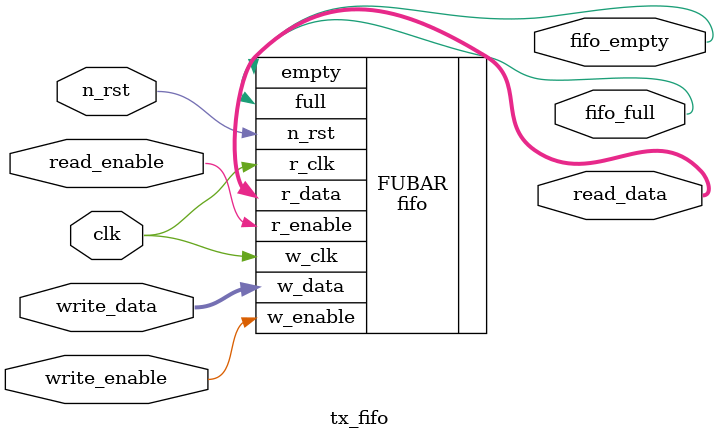
<source format=sv>
module tx_fifo
(
	output wire [7:0] read_data,
	input wire read_enable,
	input wire write_enable,
	output wire fifo_empty,
	input wire clk,
	input wire n_rst,
	input wire [7:0] write_data,
	output wire fifo_full
);
fifo FUBAR
(
	.r_clk(clk),
	.r_data(read_data),
	.w_data(write_data),
	.w_clk(clk),
	.n_rst(n_rst),
	.r_enable(read_enable),
	.w_enable(write_enable),
	.empty(fifo_empty),
	.full(fifo_full)
);
endmodule

</source>
